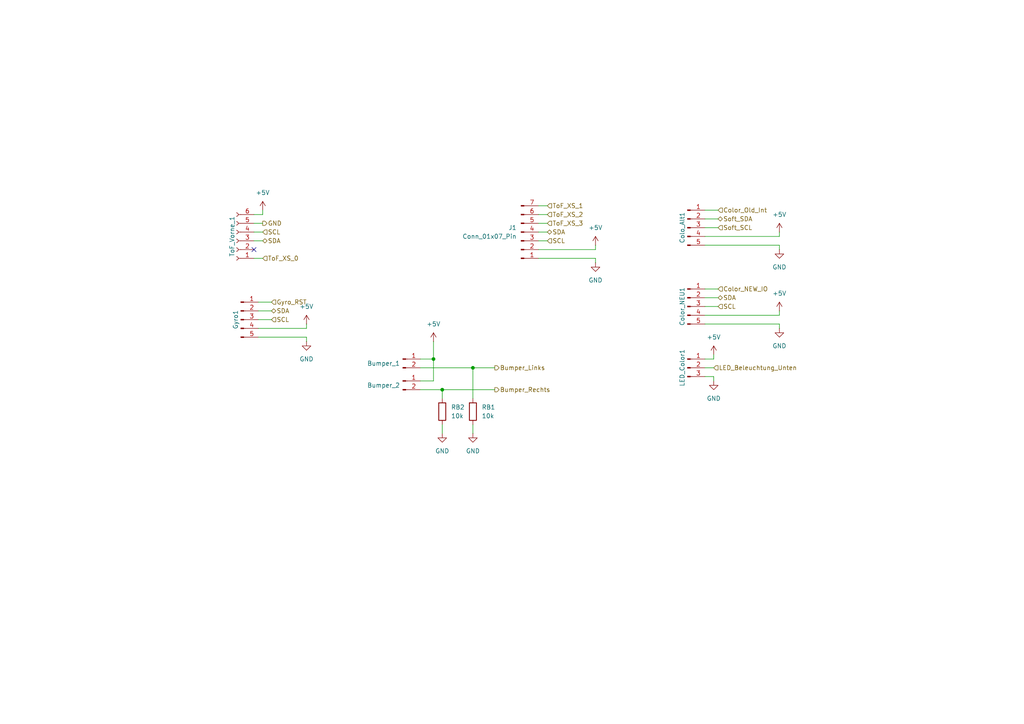
<source format=kicad_sch>
(kicad_sch (version 20250114) (generator "eeschema") (generator_version "9.0")
  (paper "A4")
  (lib_symbols
    (symbol "Connector:Conn_01x02_Pin" (pin_names (offset 1.016) (hide yes))
      (property "Reference" "J" (at 0 2.54 0))
      (property "Value" "Conn_01x02_Pin" (at 0 -5.08 0))
      (symbol "Conn_01x02_Pin_1_1"
        (rectangle (start 0.8636 0.127) (end 0 -0.127) (stroke (width 0.1524)) (fill (type outline)))
        (rectangle (start 0.8636 -2.413) (end 0 -2.667) (stroke (width 0.1524)) (fill (type outline)))
        (polyline (pts (xy 1.27 0) (xy 0.8636 0)) (stroke (width 0.1524)))
        (polyline (pts (xy 1.27 -2.54) (xy 0.8636 -2.54)) (stroke (width 0.1524)))
        (pin passive line (at 5.08 0 180) (length 3.81) (name "Pin_1") (number "1"))
        (pin passive line (at 5.08 -2.54 180) (length 3.81) (name "Pin_2") (number "2"))
      )
    )
    (symbol "Connector:Conn_01x03_Pin" (pin_names (offset 1.016) (hide yes))
      (property "Reference" "J" (at 0 5.08 0))
      (property "Value" "Conn_01x03_Pin" (at 0 -5.08 0))
      (symbol "Conn_01x03_Pin_1_1"
        (rectangle (start 0.8636 2.667) (end 0 2.413) (stroke (width 0.1524)) (fill (type outline)))
        (rectangle (start 0.8636 0.127) (end 0 -0.127) (stroke (width 0.1524)) (fill (type outline)))
        (rectangle (start 0.8636 -2.413) (end 0 -2.667) (stroke (width 0.1524)) (fill (type outline)))
        (polyline (pts (xy 1.27 2.54) (xy 0.8636 2.54)) (stroke (width 0.1524)))
        (polyline (pts (xy 1.27 0) (xy 0.8636 0)) (stroke (width 0.1524)))
        (polyline (pts (xy 1.27 -2.54) (xy 0.8636 -2.54)) (stroke (width 0.1524)))
        (pin passive line (at 5.08 2.54 180) (length 3.81) (name "Pin_1") (number "1"))
        (pin passive line (at 5.08 0 180) (length 3.81) (name "Pin_2") (number "2"))
        (pin passive line (at 5.08 -2.54 180) (length 3.81) (name "Pin_3") (number "3"))
      )
    )
    (symbol "Connector:Conn_01x05_Pin" (pin_names (offset 1.016) (hide yes))
      (property "Reference" "J" (at 0 7.62 0))
      (property "Value" "Conn_01x05_Pin" (at 0 -7.62 0))
      (symbol "Conn_01x05_Pin_1_1"
        (rectangle (start 0.8636 5.207) (end 0 4.953) (stroke (width 0.1524)) (fill (type outline)))
        (rectangle (start 0.8636 2.667) (end 0 2.413) (stroke (width 0.1524)) (fill (type outline)))
        (rectangle (start 0.8636 0.127) (end 0 -0.127) (stroke (width 0.1524)) (fill (type outline)))
        (rectangle (start 0.8636 -2.413) (end 0 -2.667) (stroke (width 0.1524)) (fill (type outline)))
        (rectangle (start 0.8636 -4.953) (end 0 -5.207) (stroke (width 0.1524)) (fill (type outline)))
        (polyline (pts (xy 1.27 5.08) (xy 0.8636 5.08)) (stroke (width 0.1524)))
        (polyline (pts (xy 1.27 2.54) (xy 0.8636 2.54)) (stroke (width 0.1524)))
        (polyline (pts (xy 1.27 0) (xy 0.8636 0)) (stroke (width 0.1524)))
        (polyline (pts (xy 1.27 -2.54) (xy 0.8636 -2.54)) (stroke (width 0.1524)))
        (polyline (pts (xy 1.27 -5.08) (xy 0.8636 -5.08)) (stroke (width 0.1524)))
        (pin passive line (at 5.08 5.08 180) (length 3.81) (name "Pin_1") (number "1"))
        (pin passive line (at 5.08 2.54 180) (length 3.81) (name "Pin_2") (number "2"))
        (pin passive line (at 5.08 0 180) (length 3.81) (name "Pin_3") (number "3"))
        (pin passive line (at 5.08 -2.54 180) (length 3.81) (name "Pin_4") (number "4"))
        (pin passive line (at 5.08 -5.08 180) (length 3.81) (name "Pin_5") (number "5"))
      )
    )
    (symbol "Connector:Conn_01x06_Socket" (pin_names (offset 1.016) (hide yes))
      (property "Reference" "J" (at 0 7.62 0))
      (property "Value" "Conn_01x06_Socket" (at 0 -10.16 0))
      (symbol "Conn_01x06_Socket_1_1"
        (polyline (pts (xy -1.27 5.08) (xy -0.508 5.08)) (stroke (width 0.1524)))
        (polyline (pts (xy -1.27 2.54) (xy -0.508 2.54)) (stroke (width 0.1524)))
        (polyline (pts (xy -1.27 0) (xy -0.508 0)) (stroke (width 0.1524)))
        (polyline (pts (xy -1.27 -2.54) (xy -0.508 -2.54)) (stroke (width 0.1524)))
        (polyline (pts (xy -1.27 -5.08) (xy -0.508 -5.08)) (stroke (width 0.1524)))
        (polyline (pts (xy -1.27 -7.62) (xy -0.508 -7.62)) (stroke (width 0.1524)))
        (arc (start 0 4.572) (mid -0.5058 5.08) (end 0 5.588) (stroke (width 0.1524)))
        (arc (start 0 2.032) (mid -0.5058 2.54) (end 0 3.048) (stroke (width 0.1524)))
        (arc (start 0 -0.508) (mid -0.5058 0) (end 0 0.508) (stroke (width 0.1524)))
        (arc (start 0 -3.048) (mid -0.5058 -2.54) (end 0 -2.032) (stroke (width 0.1524)))
        (arc (start 0 -5.588) (mid -0.5058 -5.08) (end 0 -4.572) (stroke (width 0.1524)))
        (arc (start 0 -8.128) (mid -0.5058 -7.62) (end 0 -7.112) (stroke (width 0.1524)))
        (pin passive line (at -5.08 5.08 0) (length 3.81) (name "Pin_1") (number "1"))
        (pin passive line (at -5.08 2.54 0) (length 3.81) (name "Pin_2") (number "2"))
        (pin passive line (at -5.08 0 0) (length 3.81) (name "Pin_3") (number "3"))
        (pin passive line (at -5.08 -2.54 0) (length 3.81) (name "Pin_4") (number "4"))
        (pin passive line (at -5.08 -5.08 0) (length 3.81) (name "Pin_5") (number "5"))
        (pin passive line (at -5.08 -7.62 0) (length 3.81) (name "Pin_6") (number "6"))
      )
    )
    (symbol "Connector:Conn_01x07_Pin" (pin_names (offset 1.016) (hide yes))
      (property "Reference" "J" (at 0 10.16 0))
      (property "Value" "Conn_01x07_Pin" (at 0 -10.16 0))
      (symbol "Conn_01x07_Pin_1_1"
        (rectangle (start 0.8636 7.747) (end 0 7.493) (stroke (width 0.1524)) (fill (type outline)))
        (rectangle (start 0.8636 5.207) (end 0 4.953) (stroke (width 0.1524)) (fill (type outline)))
        (rectangle (start 0.8636 2.667) (end 0 2.413) (stroke (width 0.1524)) (fill (type outline)))
        (rectangle (start 0.8636 0.127) (end 0 -0.127) (stroke (width 0.1524)) (fill (type outline)))
        (rectangle (start 0.8636 -2.413) (end 0 -2.667) (stroke (width 0.1524)) (fill (type outline)))
        (rectangle (start 0.8636 -4.953) (end 0 -5.207) (stroke (width 0.1524)) (fill (type outline)))
        (rectangle (start 0.8636 -7.493) (end 0 -7.747) (stroke (width 0.1524)) (fill (type outline)))
        (polyline (pts (xy 1.27 7.62) (xy 0.8636 7.62)) (stroke (width 0.1524)))
        (polyline (pts (xy 1.27 5.08) (xy 0.8636 5.08)) (stroke (width 0.1524)))
        (polyline (pts (xy 1.27 2.54) (xy 0.8636 2.54)) (stroke (width 0.1524)))
        (polyline (pts (xy 1.27 0) (xy 0.8636 0)) (stroke (width 0.1524)))
        (polyline (pts (xy 1.27 -2.54) (xy 0.8636 -2.54)) (stroke (width 0.1524)))
        (polyline (pts (xy 1.27 -5.08) (xy 0.8636 -5.08)) (stroke (width 0.1524)))
        (polyline (pts (xy 1.27 -7.62) (xy 0.8636 -7.62)) (stroke (width 0.1524)))
        (pin passive line (at 5.08 7.62 180) (length 3.81) (name "Pin_1") (number "1"))
        (pin passive line (at 5.08 5.08 180) (length 3.81) (name "Pin_2") (number "2"))
        (pin passive line (at 5.08 2.54 180) (length 3.81) (name "Pin_3") (number "3"))
        (pin passive line (at 5.08 0 180) (length 3.81) (name "Pin_4") (number "4"))
        (pin passive line (at 5.08 -2.54 180) (length 3.81) (name "Pin_5") (number "5"))
        (pin passive line (at 5.08 -5.08 180) (length 3.81) (name "Pin_6") (number "6"))
        (pin passive line (at 5.08 -7.62 180) (length 3.81) (name "Pin_7") (number "7"))
      )
    )
    (symbol "Device:R" (pin_numbers (hide yes)) (pin_names (offset 0))
      (property "Reference" "R" (at 2.032 0 90))
      (property "Value" "R" (at 0 0 90))
      (symbol "R_0_1"
        (rectangle (start -1.016 -2.54) (end 1.016 2.54) (stroke (width 0.254)))
      )
      (symbol "R_1_1"
        (pin passive line (at 0 3.81 270) (length 1.27) (name "~") (number "1"))
        (pin passive line (at 0 -3.81 90) (length 1.27) (name "~") (number "2"))
      )
    )
    (symbol "power:+5V" (power) (pin_numbers (hide yes)) (pin_names (offset 0) (hide yes))
      (property "Value" "+5V" (at 0 3.556 0))
      (symbol "+5V_0_1"
        (polyline (pts (xy -0.762 1.27) (xy 0 2.54)))
        (polyline (pts (xy 0 2.54) (xy 0.762 1.27)))
        (polyline (pts (xy 0 0) (xy 0 2.54)))
      )
      (symbol "+5V_1_1"
        (pin power_in line (at 0 0 90) (length 0) (name "~") (number "1"))
      )
    )
    (symbol "power:GND" (power) (pin_numbers (hide yes)) (pin_names (offset 0) (hide yes))
      (property "Value" "GND" (at 0 -3.81 0))
      (symbol "GND_0_1"
        (polyline (pts (xy 0 0) (xy 0 -1.27) (xy 1.27 -1.27) (xy 0 -2.54) (xy -1.27 -1.27) (xy 0 -1.27)))
      )
      (symbol "GND_1_1"
        (pin power_in line (at 0 0 270) (length 0) (name "~") (number "1"))
      )
    )
  )
  (junction (at 125.73 104.14))
  (junction (at 137.16 106.68))
  (junction (at 128.27 113.03))
  (no_connect (at 73.66 72.39))
  (wire (pts (xy 74.93 97.79) (xy 88.9 97.79)))
  (wire (pts (xy 207.01 102.87) (xy 207.01 104.14)))
  (wire (pts (xy 156.21 69.85) (xy 158.75 69.85)))
  (wire (pts (xy 128.27 113.03) (xy 128.27 115.57)))
  (wire (pts (xy 88.9 93.98) (xy 88.9 95.25)))
  (wire (pts (xy 204.47 83.82) (xy 208.28 83.82)))
  (wire (pts (xy 128.27 113.03) (xy 143.51 113.03)))
  (wire (pts (xy 156.21 62.23) (xy 158.75 62.23)))
  (wire (pts (xy 204.47 106.68) (xy 207.01 106.68)))
  (wire (pts (xy 172.72 74.93) (xy 172.72 76.2)))
  (wire (pts (xy 76.2 67.31) (xy 73.66 67.31)))
  (wire (pts (xy 74.93 92.71) (xy 78.74 92.71)))
  (wire (pts (xy 156.21 59.69) (xy 158.75 59.69)))
  (wire (pts (xy 76.2 74.93) (xy 73.66 74.93)))
  (wire (pts (xy 74.93 90.17) (xy 78.74 90.17)))
  (wire (pts (xy 204.47 109.22) (xy 207.01 109.22)))
  (wire (pts (xy 74.93 87.63) (xy 78.74 87.63)))
  (wire (pts (xy 226.06 67.31) (xy 226.06 68.58)))
  (wire (pts (xy 121.92 110.49) (xy 125.73 110.49)))
  (wire (pts (xy 125.73 99.06) (xy 125.73 104.14)))
  (wire (pts (xy 172.72 71.12) (xy 172.72 72.39)))
  (wire (pts (xy 121.92 106.68) (xy 137.16 106.68)))
  (wire (pts (xy 128.27 123.19) (xy 128.27 125.73)))
  (wire (pts (xy 204.47 93.98) (xy 226.06 93.98)))
  (wire (pts (xy 204.47 60.96) (xy 208.28 60.96)))
  (wire (pts (xy 156.21 74.93) (xy 172.72 74.93)))
  (wire (pts (xy 204.47 63.5) (xy 208.28 63.5)))
  (wire (pts (xy 204.47 88.9) (xy 208.28 88.9)))
  (wire (pts (xy 88.9 99.06) (xy 88.9 97.79)))
  (wire (pts (xy 137.16 106.68) (xy 143.51 106.68)))
  (wire (pts (xy 76.2 62.23) (xy 73.66 62.23)))
  (wire (pts (xy 76.2 69.85) (xy 73.66 69.85)))
  (wire (pts (xy 226.06 95.25) (xy 226.06 93.98)))
  (wire (pts (xy 204.47 66.04) (xy 208.28 66.04)))
  (wire (pts (xy 204.47 71.12) (xy 226.06 71.12)))
  (wire (pts (xy 156.21 67.31) (xy 158.75 67.31)))
  (wire (pts (xy 76.2 64.77) (xy 73.66 64.77)))
  (wire (pts (xy 156.21 72.39) (xy 172.72 72.39)))
  (wire (pts (xy 121.92 113.03) (xy 128.27 113.03)))
  (wire (pts (xy 226.06 90.17) (xy 226.06 91.44)))
  (wire (pts (xy 156.21 64.77) (xy 158.75 64.77)))
  (wire (pts (xy 226.06 72.39) (xy 226.06 71.12)))
  (wire (pts (xy 204.47 68.58) (xy 226.06 68.58)))
  (wire (pts (xy 137.16 106.68) (xy 137.16 115.57)))
  (wire (pts (xy 76.2 60.96) (xy 76.2 62.23)))
  (wire (pts (xy 125.73 104.14) (xy 125.73 110.49)))
  (wire (pts (xy 137.16 123.19) (xy 137.16 125.73)))
  (wire (pts (xy 207.01 109.22) (xy 207.01 110.49)))
  (wire (pts (xy 74.93 95.25) (xy 88.9 95.25)))
  (wire (pts (xy 204.47 86.36) (xy 208.28 86.36)))
  (wire (pts (xy 204.47 104.14) (xy 207.01 104.14)))
  (wire (pts (xy 204.47 91.44) (xy 226.06 91.44)))
  (wire (pts (xy 121.92 104.14) (xy 125.73 104.14)))
  (hierarchical_label "SDA" (shape bidirectional) (at 78.74 90.17 0))
  (hierarchical_label "Bumper_Links" (shape output) (at 143.51 106.68 0))
  (hierarchical_label "Color_NEW_IO" (shape input) (at 208.28 83.82 0))
  (hierarchical_label "SDA" (shape bidirectional) (at 76.2 69.85 0))
  (hierarchical_label "SCL" (shape input) (at 76.2 67.31 0))
  (hierarchical_label "SCL" (shape input) (at 158.75 69.85 0))
  (hierarchical_label "SCL" (shape input) (at 78.74 92.71 0))
  (hierarchical_label "Soft_SCL" (shape input) (at 208.28 66.04 0))
  (hierarchical_label "ToF_XS_3" (shape input) (at 158.75 64.77 0))
  (hierarchical_label "Bumper_Rechts" (shape output) (at 143.51 113.03 0))
  (hierarchical_label "GND" (shape output) (at 76.2 64.77 0))
  (hierarchical_label "Soft_SDA" (shape bidirectional) (at 208.28 63.5 0))
  (hierarchical_label "Gyro_RST" (shape input) (at 78.74 87.63 0))
  (hierarchical_label "SCL" (shape input) (at 208.28 88.9 0))
  (hierarchical_label "ToF_XS_1" (shape input) (at 158.75 59.69 0))
  (hierarchical_label "SDA" (shape bidirectional) (at 208.28 86.36 0))
  (hierarchical_label "ToF_XS_2" (shape input) (at 158.75 62.23 0))
  (hierarchical_label "ToF_XS_0" (shape input) (at 76.2 74.93 0))
  (hierarchical_label "Color_Old_Int" (shape input) (at 208.28 60.96 0))
  (hierarchical_label "SDA" (shape bidirectional) (at 158.75 67.31 0))
  (hierarchical_label "LED_Beleuchtung_Unten" (shape input) (at 207.01 106.68 0))
  (symbol (lib_id "Connector:Conn_01x07_Pin") (at 151.13 67.31 0) (mirror x) (unit 1)
    (property "Reference" "J1" (at 149.86 66.0399 0) (effects (justify right)))
    (property "Value" "Conn_01x07_Pin" (at 149.86 68.5799 0) (effects (justify right)))
    (property "Footprint" "JST:JST-XH-07-PACKAGE-LONG-PAD" (effects (hide yes)))
    (property "Description" "Generic connector, single row, 01x07, script generated" (effects (hide yes)))
  )
  (symbol (lib_id "power:+5V") (at 226.06 67.31 0) (unit 1)
    (property "Reference" "#PWR012" (effects (hide yes)))
    (property "Value" "+5V" (at 226.06 62.23 0))
    (property "Description" "Power symbol creates a global label with name \"+5V\"" (effects (hide yes)))
  )
  (symbol (lib_id "Connector:Conn_01x05_Pin") (at 199.39 88.9 0) (unit 1)
    (property "Reference" "Color_NEU1" (at 197.866 88.9 90))
    (property "Value" "Conn_01x05_Pin" (effects (hide yes)))
    (property "Footprint" "JST:JST-XH-05-PACKAGE-LONG-PAD" (effects (hide yes)))
    (property "Description" "Generic connector, single row, 01x05, script generated" (effects (hide yes)))
  )
  (symbol (lib_id "power:+5V") (at 226.06 90.17 0) (unit 1)
    (property "Reference" "#PWR014" (effects (hide yes)))
    (property "Value" "+5V" (at 226.06 85.09 0))
    (property "Description" "Power symbol creates a global label with name \"+5V\"" (effects (hide yes)))
  )
  (symbol (lib_id "power:+5V") (at 172.72 71.12 0) (unit 1)
    (property "Reference" "#PWR01" (effects (hide yes)))
    (property "Value" "+5V" (at 172.72 66.04 0))
    (property "Description" "Power symbol creates a global label with name \"+5V\"" (effects (hide yes)))
  )
  (symbol (lib_id "power:+5V") (at 88.9 93.98 0) (unit 1)
    (property "Reference" "#PWR018" (effects (hide yes)))
    (property "Value" "+5V" (at 88.9 88.9 0))
    (property "Description" "Power symbol creates a global label with name \"+5V\"" (effects (hide yes)))
  )
  (symbol (lib_id "power:GND") (at 226.06 95.25 0) (unit 1)
    (property "Reference" "#PWR015" (effects (hide yes)))
    (property "Value" "GND" (at 226.06 100.33 0))
    (property "Description" "Power symbol creates a global label with name \"GND\" , ground" (effects (hide yes)))
  )
  (symbol (lib_id "power:GND") (at 88.9 99.06 0) (unit 1)
    (property "Reference" "#PWR019" (effects (hide yes)))
    (property "Value" "GND" (at 88.9 104.14 0))
    (property "Description" "Power symbol creates a global label with name \"GND\" , ground" (effects (hide yes)))
  )
  (symbol (lib_id "Connector:Conn_01x06_Socket") (at 68.58 69.85 180) (unit 1)
    (property "Reference" "ToF_Vorne_1" (at 67.31 68.58 90))
    (property "Value" "Conn_01x06_Socket" (effects (hide yes)))
    (property "Footprint" "Connector_PinSocket_2.54mm:PinSocket_1x06_P2.54mm_Horizontal" (effects (hide yes)))
    (property "Description" "Generic connector, single row, 01x06, script generated" (effects (hide yes)))
  )
  (symbol (lib_id "Connector:Conn_01x03_Pin") (at 199.39 106.68 0) (unit 1)
    (property "Reference" "LED_Color1" (at 197.866 106.68 90))
    (property "Value" "Conn_01x03_Pin" (effects (hide yes)))
    (property "Footprint" "JST:JST-XH-03PACKAGE-LONG-PAD" (effects (hide yes)))
    (property "Description" "Generic connector, single row, 01x03, script generated" (effects (hide yes)))
  )
  (symbol (lib_id "power:+5V") (at 76.2 60.96 0) (unit 1)
    (property "Reference" "#PWR03" (effects (hide yes)))
    (property "Value" "+5V" (at 76.2 55.88 0))
    (property "Description" "Power symbol creates a global label with name \"+5V\"" (effects (hide yes)))
  )
  (symbol (lib_id "power:+5V") (at 125.73 99.06 0) (unit 1)
    (property "Reference" "#PWR09" (effects (hide yes)))
    (property "Value" "+5V" (at 125.73 93.98 0))
    (property "Description" "Power symbol creates a global label with name \"+5V\"" (effects (hide yes)))
  )
  (symbol (lib_id "Connector:Conn_01x02_Pin") (at 116.84 104.14 0) (unit 1)
    (property "Reference" "Bumper_1" (at 111.252 105.41 0))
    (property "Value" "Conn_01x02_Pin" (effects (hide yes)))
    (property "Footprint" "JST:JST-XH-02-PACKAGE-LONG-PAD" (effects (hide yes)))
    (property "Description" "Generic connector, single row, 01x02, script generated" (effects (hide yes)))
  )
  (symbol (lib_id "Connector:Conn_01x05_Pin") (at 69.85 92.71 0) (unit 1)
    (property "Reference" "Gyro1" (at 68.326 92.71 90))
    (property "Value" "Conn_01x05_Pin" (effects (hide yes)))
    (property "Footprint" "JST:JST-XH-05-PACKAGE-LONG-PAD" (effects (hide yes)))
    (property "Description" "Generic connector, single row, 01x05, script generated" (effects (hide yes)))
  )
  (symbol (lib_id "power:GND") (at 137.16 125.73 0) (unit 1)
    (property "Reference" "#PWR011" (effects (hide yes)))
    (property "Value" "GND" (at 137.16 130.81 0))
    (property "Description" "Power symbol creates a global label with name \"GND\" , ground" (effects (hide yes)))
  )
  (symbol (lib_id "power:GND") (at 207.01 110.49 0) (unit 1)
    (property "Reference" "#PWR029" (effects (hide yes)))
    (property "Value" "GND" (at 207.01 115.57 0))
    (property "Description" "Power symbol creates a global label with name \"GND\" , ground" (effects (hide yes)))
  )
  (symbol (lib_id "power:+5V") (at 207.01 102.87 0) (unit 1)
    (property "Reference" "#PWR028" (effects (hide yes)))
    (property "Value" "+5V" (at 207.01 97.79 0))
    (property "Description" "Power symbol creates a global label with name \"+5V\"" (effects (hide yes)))
  )
  (symbol (lib_id "Device:R") (at 137.16 119.38 0) (unit 1)
    (property "Reference" "RB1" (at 139.7 118.1099 0) (effects (justify left)))
    (property "Value" "10k" (at 139.7 120.6499 0) (effects (justify left)))
    (property "Footprint" "Resistor_SMD:R_1206_3216Metric_Pad1.30x1.75mm_HandSolder" (effects (hide yes)))
    (property "Description" "Resistor" (effects (hide yes)))
  )
  (symbol (lib_id "power:GND") (at 172.72 76.2 0) (unit 1)
    (property "Reference" "#PWR02" (effects (hide yes)))
    (property "Value" "GND" (at 172.72 81.28 0))
    (property "Description" "Power symbol creates a global label with name \"GND\" , ground" (effects (hide yes)))
  )
  (symbol (lib_id "power:GND") (at 128.27 125.73 0) (unit 1)
    (property "Reference" "#PWR010" (effects (hide yes)))
    (property "Value" "GND" (at 128.27 130.81 0))
    (property "Description" "Power symbol creates a global label with name \"GND\" , ground" (effects (hide yes)))
  )
  (symbol (lib_id "Connector:Conn_01x02_Pin") (at 116.84 110.49 0) (unit 1)
    (property "Reference" "Bumper_2" (at 111.252 111.76 0))
    (property "Value" "Conn_01x02_Pin" (effects (hide yes)))
    (property "Footprint" "JST:JST-XH-02-PACKAGE-LONG-PAD" (effects (hide yes)))
    (property "Description" "Generic connector, single row, 01x02, script generated" (effects (hide yes)))
  )
  (symbol (lib_id "Connector:Conn_01x05_Pin") (at 199.39 66.04 0) (unit 1)
    (property "Reference" "Colo_Alt1" (at 197.866 66.04 90))
    (property "Value" "Conn_01x05_Pin" (effects (hide yes)))
    (property "Footprint" "JST:JST-XH-05-PACKAGE-LONG-PAD" (effects (hide yes)))
    (property "Description" "Generic connector, single row, 01x05, script generated" (effects (hide yes)))
  )
  (symbol (lib_id "Device:R") (at 128.27 119.38 0) (unit 1)
    (property "Reference" "RB2" (at 130.81 118.1099 0) (effects (justify left)))
    (property "Value" "10k" (at 130.81 120.6499 0) (effects (justify left)))
    (property "Footprint" "Resistor_SMD:R_1206_3216Metric_Pad1.30x1.75mm_HandSolder" (effects (hide yes)))
    (property "Description" "Resistor" (effects (hide yes)))
  )
  (symbol (lib_id "power:GND") (at 226.06 72.39 0) (unit 1)
    (property "Reference" "#PWR013" (effects (hide yes)))
    (property "Value" "GND" (at 226.06 77.47 0))
    (property "Description" "Power symbol creates a global label with name \"GND\" , ground" (effects (hide yes)))
  )
)
</source>
